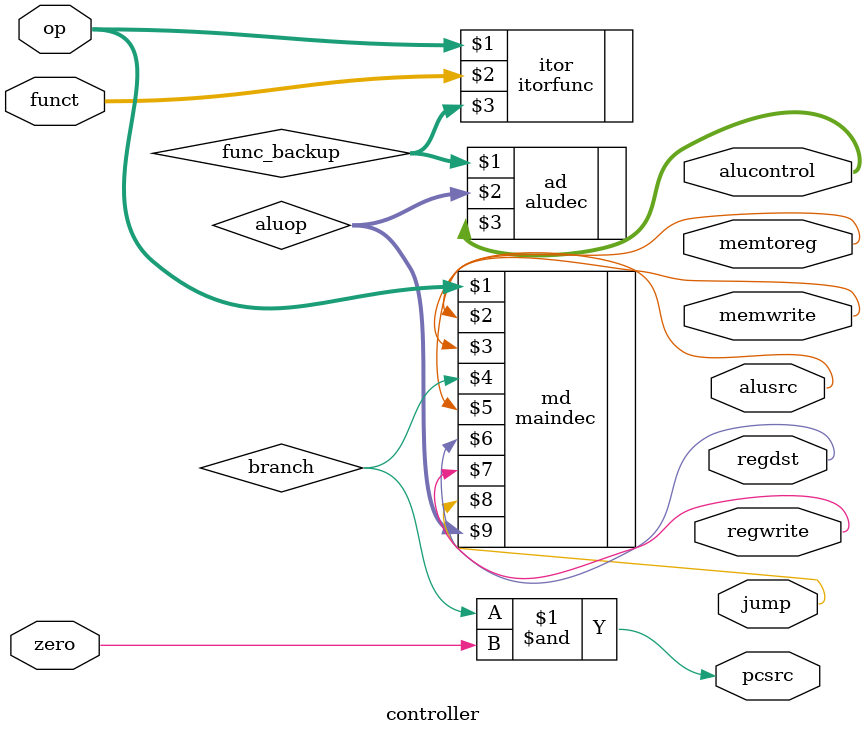
<source format=sv>
/**
 * Controller Module
 */
module controller(
  input  logic[5:0] op, funct,
  input  logic zero,
  output logic memtoreg, memwrite,
  output logic pcsrc, alusrc,
  output logic regdst, regwrite,
  output logic jump,
  output logic[2:0] alucontrol
);
  logic[1:0] aluop;
  logic[5:0] func_backup;
  logic branch;

  /** YOUR CODE HERE */
  itorfunc itor (
    op,
    funct,
    func_backup
  );
  maindec md(
    op,
    memtoreg, memwrite,
    branch, alusrc,
    regdst, regwrite,
    jump,
    aluop
  );
  aludec ad(
    func_backup,
    aluop, 
    alucontrol
  );

  assign pcsrc = branch & zero;
endmodule

</source>
